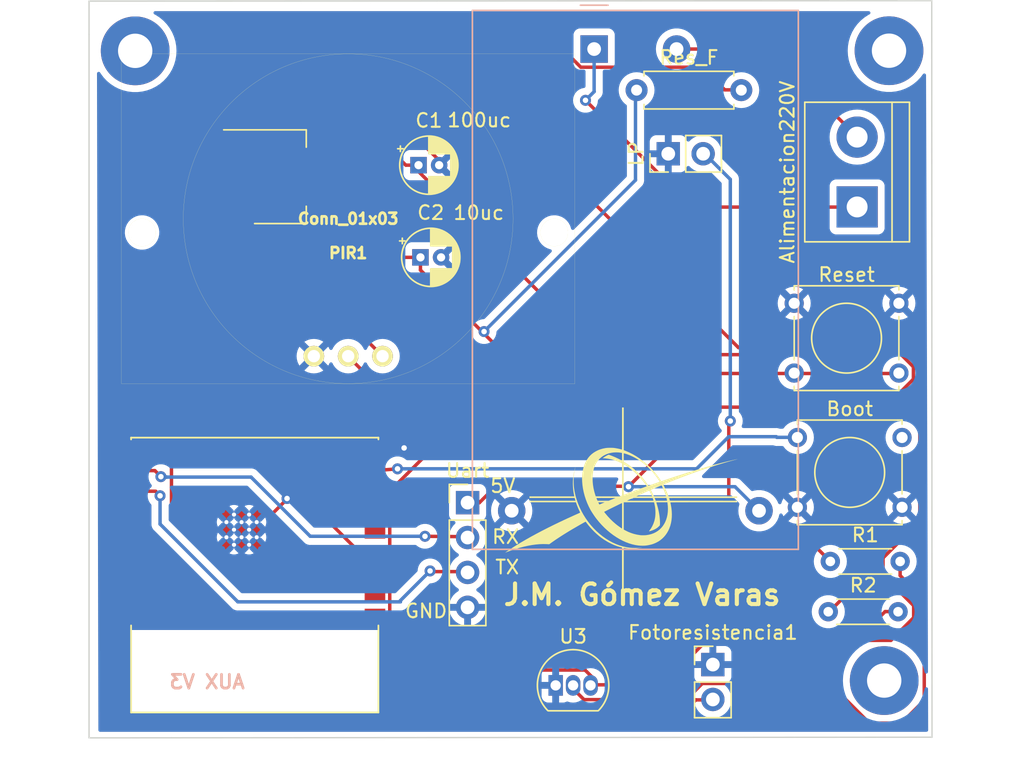
<source format=kicad_pcb>
(kicad_pcb (version 20221018) (generator pcbnew)
  (layers (0 "F.Cu" signal) (31 "B.Cu" signal) (34 "B.Paste" user) (35 "F.Paste" user) (36 "B.SilkS" user "B.Silkscreen") (37 "F.SilkS" user "F.Silkscreen") (38 "B.Mask" user) (39 "F.Mask" user) (44 "Edge.Cuts" user))
  (net 0 "")
  (net 2 "GND")
  (net 3 "+5V")
  (net 4 "+3V3")
  (net 5 "Fresistor")
  (net 6 "Net-(LP1-Pin_2)")
  (net 7 "PIR")
  (net 8 "AC")
  (net 9 "Earth")
  (net 10 "Led")
  (net 11 "tem")
  (net 13 "boot")
  (net 15 "Net-(U1-RXD)")
  (net 16 "Net-(U1-TXD)")
  (net 22 "+3.3V")
  (net 23 "Net-(Reset1-Pin_4)")
  (footprint "Button_Switch_THT:SW_Tactile_Straight_KSL0Axx1LFTR" (layer "F.Cu") (at 109.76 59.56)
    (fp_text reference "Reset" (at 3.81 -2.08) (layer "F.SilkS"))
    (fp_text value "boton")
    (pad "1" thru_hole circle (at 0 0) (size 1.397 1.397) (drill 0.8128) (layers "*.Cu" "*.Mask") (net 2 "GND"))
    (pad "1" thru_hole circle (at 7.62 0) (size 1.397 1.397) (drill 0.8128) (layers "*.Cu" "*.Mask") (net 2 "GND"))
    (pad "2" thru_hole circle (at 0 5.08) (size 1.397 1.397) (drill 0.8128) (layers "*.Cu" "*.Mask") (net 4 "+3V3"))
    (pad "2" thru_hole circle (at 7.62 5.08) (size 1.397 1.397) (drill 0.8128) (layers "*.Cu" "*.Mask") (net 4 "+3V3"))
  )
  (footprint "LibreriaTFG:HC-SR501" (layer "F.Cu") (at 77.3 53.41)
    (fp_text reference "PIR1" (at 0 2.5) (layer "F.SilkS") (effects (font (size 0.8 0.8) (thickness 0.2))))
    (fp_text value "Conn_01x03" (at 0 0) (layer "F.SilkS") (effects (font (size 0.8 0.8) (thickness 0.2))))
    (pad "" np_thru_hole circle (at -15 1) (size 2 2) (drill 2) (layers "*.Cu" "*.Mask" "F.SilkS"))
    (pad "" np_thru_hole circle (at 15 1) (size 2 2) (drill 2) (layers "*.Cu" "*.Mask" "F.SilkS"))
    (pad "1" thru_hole circle (at -2.5 10) (size 1.5 1.5) (drill 0.9) (layers "*.Cu" "*.Mask" "F.SilkS") (net 2 "GND"))
    (pad "2" thru_hole circle (at 0 10) (size 1.5 1.5) (drill 0.9) (layers "*.Cu" "*.Mask" "F.SilkS") (net 7 "PIR"))
    (pad "3" thru_hole circle (at 2.5 10) (size 1.5 1.5) (drill 0.9) (layers "*.Cu" "*.Mask" "F.SilkS") (net 3 "+5V"))
  )
  (footprint "Connector_PinHeader_2.54mm:PinHeader_1x02_P2.54mm_Vertical" (layer "F.Cu") (at 103.84 85.855)
    (fp_text reference "Fotoresistencia1" (at 0 -2.33) (layer "F.SilkS"))
    (fp_text value "~")
    (pad "1" thru_hole rect (at 0 0) (size 1.7 1.7) (drill 1) (layers "*.Cu" "*.Mask") (net 2 "GND"))
    (pad "2" thru_hole oval (at 0 2.54) (size 1.7 1.7) (drill 1) (layers "*.Cu" "*.Mask") (net 5 "Fresistor"))
  )
  (footprint "Connector_PinHeader_2.54mm:PinHeader_1x04_P2.54mm_Vertical" (layer "F.Cu") (at 85.99 74.07)
    (fp_text reference "Uart" (at 0 -2.33) (layer "F.SilkS"))
    (fp_text value "Conn_01x04")
    (pad "1" thru_hole rect (at 0 0) (size 1.7 1.7) (drill 1) (layers "*.Cu" "*.Mask") (net 3 "+5V"))
    (pad "2" thru_hole oval (at 0 2.54) (size 1.7 1.7) (drill 1) (layers "*.Cu" "*.Mask") (net 15 "Net-(U1-RXD)"))
    (pad "3" thru_hole oval (at 0 5.08) (size 1.7 1.7) (drill 1) (layers "*.Cu" "*.Mask") (net 16 "Net-(U1-TXD)"))
    (pad "4" thru_hole oval (at 0 7.62) (size 1.7 1.7) (drill 1) (layers "*.Cu" "*.Mask") (net 2 "GND"))
  )
  (footprint "MountingHole:MountingHole_2.5mm_Pad" (layer "F.Cu") (at 116.31 87.02)
    (fp_text reference "REF3" hide)
    (fp_text value "MountingHole_2.5mm_Pad")
    (pad "1" thru_hole circle (at 0 0) (size 5 5) (drill 2.5) (layers "*.Cu" "*.Mask"))
  )
  (footprint "Button_Switch_THT:SW_Tactile_Straight_KSL0Axx1LFTR" (layer "F.Cu") (at 109.99 69.33)
    (fp_text reference "Boot" (at 3.81 -2.08) (layer "F.SilkS"))
    (fp_text value "boton")
    (pad "1" thru_hole circle (at 0 0) (size 1.397 1.397) (drill 0.8128) (layers "*.Cu" "*.Mask"))
    (pad "1" thru_hole circle (at 7.62 0) (size 1.397 1.397) (drill 0.8128) (layers "*.Cu" "*.Mask"))
    (pad "2" thru_hole circle (at 0 5.08) (size 1.397 1.397) (drill 0.8128) (layers "*.Cu" "*.Mask") (net 2 "GND"))
    (pad "2" thru_hole circle (at 7.62 5.08) (size 1.397 1.397) (drill 0.8128) (layers "*.Cu" "*.Mask") (net 2 "GND"))
  )
  (footprint "Capacitor_THT:CP_Radial_D4.0mm_P1.50mm" (layer "F.Cu") (at 82.56 56.22)
    (fp_text reference "C2" (at 0.75 -3.25) (layer "F.SilkS"))
    (fp_text value "10uf")
    (pad "1" thru_hole rect (at 0 0) (size 1.2 1.2) (drill 0.6) (layers "*.Cu" "*.Mask") (net 4 "+3V3"))
    (pad "2" thru_hole circle (at 1.5 0) (size 1.2 1.2) (drill 0.6) (layers "*.Cu" "*.Mask") (net 2 "GND"))
  )
  (footprint "TerminalBlock:TerminalBlock_bornier-2_P5.08mm" (layer "F.Cu") (at 114.34 52.55 90)
    (fp_text reference "Alimentacion220V" (at 2.54 -5.08 90) (layer "F.SilkS"))
    (fp_text value "Conn_01x02")
    (pad "1" thru_hole rect (at 0 0 90) (size 3 3) (drill 1.52) (layers "*.Cu" "*.Mask") (net 8 "AC"))
    (pad "2" thru_hole circle (at 5.08 0 90) (size 3 3) (drill 1.52) (layers "*.Cu" "*.Mask") (net 9 "Earth"))
  )
  (footprint "Capacitor_THT:CP_Radial_D4.0mm_P1.50mm" (layer "F.Cu") (at 82.42 49.51)
    (fp_text reference "C1" (at 0.75 -3.25) (layer "F.SilkS"))
    (fp_text value "100uf")
    (pad "1" thru_hole rect (at 0 0) (size 1.2 1.2) (drill 0.6) (layers "*.Cu" "*.Mask") (net 3 "+5V"))
    (pad "2" thru_hole circle (at 1.5 0) (size 1.2 1.2) (drill 0.6) (layers "*.Cu" "*.Mask") (net 2 "GND"))
  )
  (footprint "Package_TO_SOT_THT:TO-92_Inline" (layer "F.Cu") (at 92.4 87.37)
    (fp_text reference "U3" (at 1.27 -3.56) (layer "F.SilkS"))
    (fp_text value "DS18B20")
    (pad "1" thru_hole rect (at 0 0) (size 1.05 1.5) (drill 0.75) (layers "*.Cu" "*.Mask") (net 2 "GND"))
    (pad "2" thru_hole oval (at 1.27 0) (size 1.05 1.5) (drill 0.75) (layers "*.Cu" "*.Mask") (net 11 "tem"))
    (pad "3" thru_hole oval (at 2.54 0) (size 1.05 1.5) (drill 0.75) (layers "*.Cu" "*.Mask") (net 4 "+3V3"))
  )
  (footprint "MountingHole:MountingHole_2.5mm_Pad" (layer "F.Cu") (at 61.8 41.19)
    (fp_text reference "REF3" hide)
    (fp_text value "MountingHole_2.5mm_Pad")
    (pad "1" thru_hole circle (at 0 0) (size 5 5) (drill 2.5) (layers "*.Cu" "*.Mask"))
  )
  (footprint "Resistor_THT:R_Axial_DIN0204_L3.6mm_D1.6mm_P5.08mm_Horizontal" (layer "F.Cu") (at 112.24 82.01)
    (fp_text reference "R2" (at 2.54 -1.92) (layer "F.SilkS"))
    (fp_text value "R_Small_US")
    (pad "1" thru_hole circle (at 0 0) (size 1.4 1.4) (drill 0.7) (layers "*.Cu" "*.Mask") (net 11 "tem"))
    (pad "2" thru_hole oval (at 5.08 0) (size 1.4 1.4) (drill 0.7) (layers "*.Cu" "*.Mask") (net 4 "+3V3"))
  )
  (footprint "Connector_PinHeader_2.54mm:PinHeader_1x02_P2.54mm_Vertical" (layer "F.Cu") (at 100.595 48.68 90)
    (fp_text reference "LP" (at 0 -2.33 90) (layer "F.SilkS"))
    (fp_text value "Conn_01x02")
    (pad "1" thru_hole rect (at 0 0 90) (size 1.7 1.7) (drill 1) (layers "*.Cu" "*.Mask") (net 2 "GND"))
    (pad "2" thru_hole oval (at 0 2.54 90) (size 1.7 1.7) (drill 1) (layers "*.Cu" "*.Mask") (net 6 "Net-(LP1-Pin_2)"))
  )
  (footprint "Package_TO_SOT_SMD:SOT-223" (layer "F.Cu") (at 72.34 50.35)
    (fp_text reference "U2" hide)
    (fp_text value "AZ1117-3.3")
    (pad "1" smd rect (at -3.15 -2.3) (size 2 1.5) (layers "F.Cu" "F.Paste" "F.Mask") (net 2 "GND"))
    (pad "2" smd rect (at -3.15 0) (size 2 1.5) (layers "F.Cu" "F.Paste" "F.Mask") (net 4 "+3V3"))
    (pad "3" smd rect (at -3.15 2.3) (size 2 1.5) (layers "F.Cu" "F.Paste" "F.Mask") (net 3 "+5V"))
    (pad "4" smd rect (at 3.15 0) (size 2 3.8) (layers "F.Cu" "F.Paste" "F.Mask"))
  )
  (footprint "logo:logoetsisi17x13" (layer "F.Cu") (at 97.211399 73.97)
    (fp_text reference "G***" hide)
    (fp_text value "LOGO" hide)
  )
  (footprint "LibreriaTFG:MODULE_ESP32-C3-WROOM-02-H4" (layer "F.Cu") (at 70.5 79.34 180)
    (fp_text reference "U1" hide)
    (fp_text value "ESP32-C3-WROOM-02-N4")
    (pad "1" smd rect (at -8.75 -2.9 180) (size 1.5 0.9) (layers "F.Cu" "F.Paste" "F.Mask") (net 4 "+3V3"))
    (pad "2" smd rect (at -8.75 -1.4 180) (size 1.5 0.9) (layers "F.Cu" "F.Paste" "F.Mask") (net 23 "Net-(Reset1-Pin_4)"))
    (pad "3" smd rect (at -8.75 0.1 180) (size 1.5 0.9) (layers "F.Cu" "F.Paste" "F.Mask") (net 5 "Fresistor"))
    (pad "4" smd rect (at -8.75 1.6 180) (size 1.5 0.9) (layers "F.Cu" "F.Paste" "F.Mask") (net 11 "tem"))
    (pad "5" smd rect (at -8.75 3.1 180) (size 1.5 0.9) (layers "F.Cu" "F.Paste" "F.Mask"))
    (pad "6" smd rect (at -8.75 4.6 180) (size 1.5 0.9) (layers "F.Cu" "F.Paste" "F.Mask") (net 7 "PIR"))
    (pad "7" smd rect (at -8.75 6.1 180) (size 1.5 0.9) (layers "F.Cu" "F.Paste" "F.Mask") (net 4 "+3V3"))
    (pad "8" smd rect (at -8.75 7.6 180) (size 1.5 0.9) (layers "F.Cu" "F.Paste" "F.Mask") (net 13 "boot"))
    (pad "9" smd rect (at -8.75 9.1 180) (size 1.5 0.9) (layers "F.Cu" "F.Paste" "F.Mask") (net 2 "GND"))
    (pad "10" smd rect (at 8.75 9.1 180) (size 1.5 0.9) (layers "F.Cu" "F.Paste" "F.Mask"))
    (pad "11" smd rect (at 8.75 7.6 180) (size 1.5 0.9) (layers "F.Cu" "F.Paste" "F.Mask") (net 15 "Net-(U1-RXD)"))
    (pad "12" smd rect (at 8.75 6.1 180) (size 1.5 0.9) (layers "F.Cu" "F.Paste" "F.Mask") (net 16 "Net-(U1-TXD)"))
    (pad "13" smd rect (at 8.75 4.6 180) (size 1.5 0.9) (layers "F.Cu" "F.Paste" "F.Mask") (net 10 "Led"))
    (pad "14" smd rect (at 8.75 3.1 180) (size 1.5 0.9) (layers "F.Cu" "F.Paste" "F.Mask"))
    (pad "15" smd rect (at 8.75 1.6 180) (size 1.5 0.9) (layers "F.Cu" "F.Paste" "F.Mask"))
    (pad "16" smd rect (at 8.75 0.1 180) (size 1.5 0.9) (layers "F.Cu" "F.Paste" "F.Mask"))
    (pad "17" smd rect (at 8.75 -1.4 180) (size 1.5 0.9) (layers "F.Cu" "F.Paste" "F.Mask"))
    (pad "18" smd rect (at 8.75 -2.9 180) (size 1.5 0.9) (layers "F.Cu" "F.Paste" "F.Mask"))
    (pad "19" smd rect (at -0.14 2.2 180) (size 0.7 0.7) (layers "F.Cu" "F.Paste" "F.Mask") (net 2 "GND"))
    (pad "20" smd rect (at 0.96 2.2 180) (size 0.7 0.7) (layers "F.Cu" "F.Paste" "F.Mask") (net 2 "GND"))
    (pad "21" smd rect (at 2.06 2.2 180) (size 0.7 0.7) (layers "F.Cu" "F.Paste" "F.Mask") (net 2 "GND"))
    (pad "22" smd rect (at -0.14 3.3 180) (size 0.7 0.7) (layers "F.Cu" "F.Paste" "F.Mask") (net 2 "GND"))
    (pad "23" smd rect (at 0.96 3.3 180) (size 0.7 0.7) (layers "F.Cu" "F.Paste" "F.Mask") (net 2 "GND"))
    (pad "24" smd rect (at 2.06 3.3 180) (size 0.7 0.7) (layers "F.Cu" "F.Paste" "F.Mask") (net 2 "GND"))
    (pad "25" smd rect (at -0.14 4.4 180) (size 0.7 0.7) (layers "F.Cu" "F.Paste" "F.Mask") (net 2 "GND"))
    (pad "26" smd rect (at 0.96 4.4 180) (size 0.7 0.7) (layers "F.Cu" "F.Paste" "F.Mask") (net 2 "GND"))
    (pad "27" smd rect (at 2.06 4.4 180) (size 0.7 0.7) (layers "F.Cu" "F.Paste" "F.Mask") (net 2 "GND"))
    (pad "28" thru_hole circle (at 0.41 2.2 180) (size 0.4 0.4) (drill 0.3) (layers "*.Cu") (net 2 "GND"))
    (pad "29" thru_hole circle (at 1.51 2.2 180) (size 0.4 0.4) (drill 0.3) (layers "*.Cu") (net 2 "GND"))
    (pad "30" thru_hole circle (at -0.14 2.75 180) (size 0.4 0.4) (drill 0.3) (layers "*.Cu") (net 2 "GND"))
    (pad "31" thru_hole circle (at 0.96 2.75 180) (size 0.4 0.4) (drill 0.3) (layers "*.Cu") (net 2 "GND"))
    (pad "32" thru_hole circle (at 2.06 2.75 180) (size 0.4 0.4) (drill 0.3) (layers "*.Cu") (net 2 "GND"))
    (pad "33" thru_hole circle (at 0.41 3.3 180) (size 0.4 0.4) (drill 0.3) (layers "*.Cu") (net 2 "GND"))
    (pad "34" thru_hole circle (at 1.51 3.3 180) (size 0.4 0.4) (drill 0.3) (layers "*.Cu") (net 2 "GND"))
    (pad "35" thru_hole circle (at -0.14 3.85 180) (size 0.4 0.4) (drill 0.3) (layers "*.Cu") (net 2 "GND"))
    (pad "36" thru_hole circle (at 0.96 3.85 180) (size 0.4 0.4) (drill 0.3) (layers "*.Cu") (net 2 "GND"))
    (pad "37" thru_hole circle (at 2.06 3.85 180) (size 0.4 0.4) (drill 0.3) (layers "*.Cu") (net 2 "GND"))
    (pad "38" thru_hole circle (at 0.41 4.4 180) (size 0.4 0.4) (drill 0.3) (layers "*.Cu") (net 2 "GND"))
    (pad "39" thru_hole circle (at 1.51 4.4 180) (size 0.4 0.4) (drill 0.3) (layers "*.Cu") (net 2 "GND"))
    (zone (net 0) (net_name "") (layer "B.Cu") (connect_pads (clearance 0)) (min_thickness 0.01)
      (keepout (tracks not_allowed) (vias not_allowed) (pads not_allowed) (copperpour not_allowed) (footprints allowed))
      (fill (thermal_gap 0.508) (thermal_bridge_width 0.508))
      (polygon (pts (xy 79.5 89.34) (xy 61.5 89.34) (xy 61.5 83.34) (xy 79.5 83.34)))
    )
  )
  (footprint "MountingHole:MountingHole_2.5mm_Pad" (layer "F.Cu") (at 116.66 41.18)
    (fp_text reference "REF3" hide)
    (fp_text value "MountingHole_2.5mm_Pad")
    (pad "1" thru_hole circle (at 0 0) (size 5 5) (drill 2.5) (layers "*.Cu" "*.Mask"))
  )
  (footprint "Resistor_THT:R_Axial_DIN0207_L6.3mm_D2.5mm_P7.62mm_Horizontal" (layer "F.Cu") (at 98.29 44.05)
    (fp_text reference "Res_F" (at 3.81 -2.37) (layer "F.SilkS"))
    (fp_text value "~")
    (pad "1" thru_hole circle (at 0 0) (size 1.6 1.6) (drill 0.8) (layers "*.Cu" "*.Mask") (net 22 "+3.3V"))
    (pad "2" thru_hole oval (at 7.62 0) (size 1.6 1.6) (drill 0.8) (layers "*.Cu" "*.Mask") (net 5 "Fresistor"))
  )
  (footprint "Resistor_THT:R_Axial_DIN0204_L3.6mm_D1.6mm_P5.08mm_Horizontal" (layer "F.Cu") (at 112.39 78.35)
    (fp_text reference "R1" (at 2.54 -1.92) (layer "F.SilkS"))
    (fp_text value "R_Small_US")
    (pad "1" thru_hole circle (at 0 0) (size 1.4 1.4) (drill 0.7) (layers "*.Cu" "*.Mask") (net 6 "Net-(LP1-Pin_2)"))
    (pad "2" thru_hole oval (at 5.08 0) (size 1.4 1.4) (drill 0.7) (layers "*.Cu" "*.Mask") (net 10 "Led"))
  )
  (footprint "Converter_ACDC:Converter_ACDC_HiLink_HLK-5Mxx" (layer "B.Cu") (at 95.2 41.06 -90)
    (fp_text reference "PS2" hide)
    (fp_text value "HLK-5M05")
    (pad "1" thru_hole rect (at 0 0 270) (size 2 2) (drill 1) (layers "*.Cu" "*.Mask") (net 8 "AC"))
    (pad "2" thru_hole circle (at 0 -6 270) (size 2 2) (drill 1) (layers "*.Cu" "*.Mask") (net 9 "Earth"))
    (pad "3" thru_hole circle (at 33.6 6 270) (size 2 2) (drill 1) (layers "*.Cu" "*.Mask") (net 2 "GND"))
    (pad "4" thru_hole circle (at 33.6 -12 270) (size 2 2) (drill 1) (layers "*.Cu" "*.Mask") (net 3 "+5V"))
  )
  (gr_line (start 119.79 91.14) (end 119.77 37.54) (stroke (width 0.1)) (layer "Edge.Cuts"))
  (gr_line (start 58.44 39.99) (end 58.44 37.57) (stroke (width 0.1)) (layer "Edge.Cuts"))
  (gr_line (start 58.44 91.19) (end 119.79 91.14) (stroke (width 0.1)) (layer "Edge.Cuts"))
  (gr_line (start 119.77 37.54) (end 58.44 37.57) (stroke (width 0.1)) (layer "Edge.Cuts"))
  (gr_line (start 58.44 39.99) (end 58.44 91.19) (stroke (width 0.1)) (layer "Edge.Cuts"))
  (gr_text "AUX V3\n" (at 69.88 87.7) (layer "B.SilkS") (effects (font (size 1 1) (thickness 0.2) bold) (justify left bottom mirror)))
  (gr_text "5V" (at 87.55 73.43) (layer "F.SilkS") (effects (font (size 1 1)) (justify left bottom)))
  (gr_text "GND\n" (at 81.35 82.54) (layer "F.SilkS") (effects (font (size 1 1)) (justify left bottom)))
  (gr_text "100uc\n" (at 84.43 46.82) (layer "F.SilkS") (effects (font (size 1 1)) (justify left bottom)))
  (gr_text "10uc" (at 84.87 53.56) (layer "F.SilkS") (effects (font (size 1 1)) (justify left bottom)))
  (gr_text "J.M. Gómez Varas" (at 88.46 81.65) (layer "F.SilkS") (effects (font (size 1.5 1.5) (thickness 0.3) bold) (justify left bottom)))
  (gr_text "TX" (at 87.92 79.35) (layer "F.SilkS") (effects (font (size 1 1)) (justify left bottom)))
  (gr_text "RX" (at 87.68 77.14) (layer "F.SilkS") (effects (font (size 1 1)) (justify left bottom)))
  (segment (start 72.85 73.81) (end 72.85 73.77) (width 0.25) (layer "F.Cu") (net 2))
  (segment (start 69.19 48.05) (end 69.8303 47.4097) (width 0.25) (layer "F.Cu") (net 2))
  (segment (start 81.22 70.24) (end 81.37 70.09) (width 0.25) (layer "F.Cu") (net 2))
  (segment (start 83.92 49.16) (end 83.92 49.51) (width 0.25) (layer "F.Cu") (net 2))
  (segment (start 70.64 74.94) (end 71.72 74.94) (width 0.25) (layer "F.Cu") (net 2))
  (segment (start 72.89 73.77) (end 72.85 73.81) (width 0.25) (layer "F.Cu") (net 2))
  (segment (start 79.25 70.24) (end 81.22 70.24) (width 0.25) (layer "F.Cu") (net 2))
  (segment (start 69.8303 47.4097) (end 82.1697 47.4097) (width 0.25) (layer "F.Cu") (net 2))
  (segment (start 82.1697 47.4097) (end 83.92 49.16) (width 0.25) (layer "F.Cu") (net 2))
  (segment (start 72.85 73.77) (end 72.89 73.77) (width 0.25) (layer "F.Cu") (net 2))
  (segment (start 71.72 74.94) (end 72.85 73.81) (width 0.25) (layer "F.Cu") (net 2))
  (via (at 81.37 70.09) (size 0.8) (drill 0.4) (layers "F.Cu" "B.Cu") (net 2))
  (via (at 72.85 73.77) (size 0.8) (drill 0.4) (layers "F.Cu" "B.Cu") (net 2))
  (segment (start 75.7151 59.3251) (end 79.8 63.41) (width 0.25) (layer "F.Cu") (net 3))
  (segment (start 97.7 72.91) (end 97.7 72.9) (width 0.25) (layer "F.Cu") (net 3))
  (segment (start 72.34 48.1248) (end 80.1097 48.1248) (width 0.25) (layer "F.Cu") (net 3))
  (segment (start 118.4352 65.0834) (end 116.3984 67.1202) (width 0.25) (layer "F.Cu") (net 3))
  (segment (start 69.19 52.65) (end 67.8648 51.3248) (width 0.25) (layer "F.Cu") (net 3))
  (segment (start 117.5498 63.3007) (end 118.4352 64.1861) (width 0.25) (layer "F.Cu") (net 3))
  (segment (start 69.19 52.65) (end 69.19 53.7251) (width 0.25) (layer "F.Cu") (net 3))
  (segment (start 85.4 74.66) (end 85.99 74.07) (width 0.25) (layer "F.Cu") (net 3))
  (segment (start 67.8648 49.4029) (end 67.9929 49.2748) (width 0.25) (layer "F.Cu") (net 3))
  (segment (start 67.8648 51.3248) (end 67.8648 49.4029) (width 0.25) (layer "F.Cu") (net 3))
  (segment (start 74.79 59.3251) (end 75.7151 59.3251) (width 0.25) (layer "F.Cu") (net 3))
  (segment (start 82.42 49.51) (end 81.9575 49.51) (width 0.25) (layer "F.Cu") (net 3))
  (segment (start 97.7 72.9) (end 100.32 70.28) (width 0.25) (layer "F.Cu") (net 3))
  (segment (start 103.4798 67.1202) (end 100.32 70.28) (width 0.25) (layer "F.Cu") (net 3))
  (segment (start 67.9929 49.2748) (end 71.19 49.2748) (width 0.25) (layer "F.Cu") (net 3))
  (segment (start 80.1097 48.1248) (end 81.4949 49.51) (width 0.25) (layer "F.Cu") (net 3))
  (segment (start 97.69 72.91) (end 97.7 72.91) (width 0.25) (layer "F.Cu") (net 3))
  (segment (start 86.85 74.07) (end 88.04 72.88) (width 0.25) (layer "F.Cu") (net 3))
  (segment (start 74.79 59.3251) (end 69.19 53.7251) (width 0.25) (layer "F.Cu") (net 3))
  (segment (start 85.99 74.07) (end 86.85 74.07) (width 0.25) (layer "F.Cu") (net 3))
  (segment (start 81.9575 49.51) (end 81.4949 49.51) (width 0.25) (layer "F.Cu") (net 3))
  (segment (start 97.6 72.88) (end 97.66 72.94) (width 0.25) (layer "F.Cu") (net 3))
  (segment (start 81.9575 49.51) (end 95.7482 63.3007) (width 0.25) (layer "F.Cu") (net 3))
  (segment (start 88.04 72.88) (end 97.6 72.88) (width 0.25) (layer "F.Cu") (net 3))
  (segment (start 95.7482 63.3007) (end 117.5498 63.3007) (width 0.25) (layer "F.Cu") (net 3))
  (segment (start 118.4352 64.1861) (end 118.4352 65.0834) (width 0.25) (layer "F.Cu") (net 3))
  (segment (start 116.3984 67.1202) (end 103.4798 67.1202) (width 0.25) (layer "F.Cu") (net 3))
  (segment (start 71.19 49.2748) (end 72.34 48.1248) (width 0.25) (layer "F.Cu") (net 3))
  (segment (start 97.66 72.94) (end 97.69 72.91) (width 0.25) (layer "F.Cu") (net 3))
  (via (at 97.7 72.91) (size 0.8) (drill 0.4) (layers "F.Cu" "B.Cu") (net 3))
  (segment (start 105.45 72.91) (end 97.7 72.91) (width 0.25) (layer "B.Cu") (net 3))
  (segment (start 107.2 74.66) (end 105.45 72.91) (width 0.25) (layer "B.Cu") (net 3))
  (segment (start 79.45 80.54) (end 80.3251 80.54) (width 0.25) (layer "F.Cu") (net 4))
  (segment (start 95.17 87.33) (end 96.0201 87.33) (width 0.25) (layer "F.Cu") (net 4))
  (segment (start 80.3251 82.24) (end 84.34 86.2549) (width 0.25) (layer "F.Cu") (net 4))
  (segment (start 80.3251 82.24) (end 80.3251 80.54) (width 0.25) (layer "F.Cu") (net 4))
  (segment (start 80.3251 80.54) (end 80.3251 73.3887) (width 0.25) (layer "F.Cu") (net 4))
  (segment (start 95.17 86.8849) (end 94.54 86.2549) (width 0.25) (layer "F.Cu") (net 4))
  (segment (start 114.8879 83.487) (end 99.8631 83.487) (width 0.25) (layer "F.Cu") (net 4))
  (segment (start 88.8951 63.4802) (end 88.8951 64.67) (width 0.25) (layer "F.Cu") (net 4))
  (segment (start 87.19 61.62) (end 87.19 61.7751) (width 0.25) (layer "F.Cu") (net 4))
  (segment (start 79.25 82.24) (end 80.2126 82.24) (width 0.25) (layer "F.Cu") (net 4))
  (segment (start 88.8951 64.67) (end 109.78 64.67) (width 0.25) (layer "F.Cu") (net 4))
  (segment (start 82.56 56.22) (end 82.56 57.1451) (width 0.25) (layer "F.Cu") (net 4))
  (segment (start 79.25 73.24) (end 80.1764 73.24) (width 0.25) (layer "F.Cu") (net 4))
  (segment (start 69.19 50.35) (end 75.06 56.22) (width 0.25) (layer "F.Cu") (net 4))
  (segment (start 84.34 86.2549) (end 94.54 86.2549) (width 0.25) (layer "F.Cu") (net 4))
  (segment (start 80.1764 73.24) (end 80.3251 73.24) (width 0.25) (layer "F.Cu") (net 4))
  (segment (start 87.0349 61.62) (end 87.19 61.62) (width 0.25) (layer "F.Cu") (net 4))
  (segment (start 80.3251 73.3887) (end 80.1764 73.24) (width 0.25) (layer "F.Cu") (net 4))
  (segment (start 80.3251 73.24) (end 88.8951 64.67) (width 0.25) (layer "F.Cu") (net 4))
  (segment (start 117.4 64.67) (end 109.78 64.67) (width 0.25) (layer "F.Cu") (net 4))
  (segment (start 75.06 56.22) (end 82.56 56.22) (width 0.25) (layer "F.Cu") (net 4))
  (segment (start 116.3749 82) (end 114.8879 83.487) (width 0.25) (layer "F.Cu") (net 4))
  (segment (start 79.25 80.74) (end 79.45 80.54) (width 0.25) (layer "F.Cu") (net 4))
  (segment (start 117.4 82) (end 116.3749 82) (width 0.25) (layer "F.Cu") (net 4))
  (segment (start 87.19 61.7751) (end 88.8951 63.4802) (width 0.25) (layer "F.Cu") (net 4))
  (segment (start 82.56 57.1451) (end 87.0349 61.62) (width 0.25) (layer "F.Cu") (net 4))
  (segment (start 95.17 87.33) (end 95.17 86.8849) (width 0.25) (layer "F.Cu") (net 4))
  (segment (start 80.2126 82.24) (end 80.3251 82.24) (width 0.25) (layer "F.Cu") (net 4))
  (segment (start 99.8631 83.487) (end 96.0201 87.33) (width 0.25) (layer "F.Cu") (net 4))
  (via (at 87.19 61.62) (size 0.8) (drill 0.4) (layers "F.Cu" "B.Cu") (net 4))
  (segment (start 87.19 61.62) (end 98.21 50.6) (width 0.25) (layer "B.Cu") (net 4))
  (segment (start 98.21 50.6) (end 98.21 44.03) (width 0.25) (layer "B.Cu") (net 4))
  (segment (start 103.056 42.3811) (end 94.2296 42.3811) (width 0.25) (layer "F.Cu") (net 5))
  (segment (start 64.4401 74.3091) (end 64.4401 69.4649) (width 0.25) (layer "F.Cu") (net 5))
  (segment (start 102.6049 88.425) (end 100.8559 90.174) (width 0.25) (layer "F.Cu") (net 5))
  (segment (start 91.6493 39.8008) (end 74.5865 39.8008) (width 0.25) (layer "F.Cu") (net 5))
  (segment (start 60.2 89.1488) (end 60.2 70.1303) (width 0.25) (layer "F.Cu") (net 5))
  (segment (start 61.2252 90.174) (end 60.2 89.1488) (width 0.25) (layer "F.Cu") (net 5))
  (segment (start 69.371 79.24) (end 64.4401 74.3091) (width 0.25) (layer "F.Cu") (net 5))
  (segment (start 64.4401 65.8902) (end 64.4401 65.84) (width 0.25) (layer "F.Cu") (net 5))
  (segment (start 94.2296 42.3811) (end 91.6493 39.8008) (width 0.25) (layer "F.Cu") (net 5))
  (segment (start 64.4401 49.9472) (end 64.4401 65.84) (width 0.25) (layer "F.Cu") (net 5))
  (segment (start 79.25 79.24) (end 69.371 79.24) (width 0.25) (layer "F.Cu") (net 5))
  (segment (start 64.4401 65.84) (end 64.4401 69.4649) (width 0.25) (layer "F.Cu") (net 5))
  (segment (start 74.5865 39.8008) (end 64.4401 49.9472) (width 0.25) (layer "F.Cu") (net 5))
  (segment (start 105.83 44.03) (end 104.7049 44.03) (width 0.25) (layer "F.Cu") (net 5))
  (segment (start 60.2 70.1303) (end 64.4401 65.8902) (width 0.25) (layer "F.Cu") (net 5))
  (segment (start 100.8559 90.174) (end 61.2252 90.174) (width 0.25) (layer "F.Cu") (net 5))
  (segment (start 104.7049 44.03) (end 103.056 42.3811) (width 0.25) (layer "F.Cu") (net 5))
  (segment (start 103.78 88.425) (end 102.6049 88.425) (width 0.25) (layer "F.Cu") (net 5))
  (segment (start 107.12 77.38) (end 105 75.26) (width 0.25) (layer "F.Cu") (net 6))
  (segment (start 105 68.17) (end 105.04 68.13) (width 0.25) (layer "F.Cu") (net 6))
  (segment (start 112.39 78.35) (end 111.42 77.38) (width 0.25) (layer "F.Cu") (net 6))
  (segment (start 105.11 68.06) (end 105.03 68.14) (width 0.25) (layer "F.Cu") (net 6))
  (segment (start 111.42 77.38) (end 107.12 77.38) (width 0.25) (layer "F.Cu") (net 6))
  (segment (start 105.04 68.13) (end 105.11 68.13) (width 0.25) (layer "F.Cu") (net 6))
  (segment (start 105 75.26) (end 105 68.17) (width 0.25) (layer "F.Cu") (net 6))
  (segment (start 105.11 68.13) (end 105.11 68.06) (width 0.25) (layer "F.Cu") (net 6))
  (via (at 105.11 68.13) (size 0.8) (drill 0.4) (layers "F.Cu" "B.Cu") (net 6))
  (segment (start 105.11 50.545) (end 103.175 48.61) (width 0.25) (layer "B.Cu") (net 6))
  (segment (start 105.11 68.13) (end 105.11 50.545) (width 0.25) (layer "B.Cu") (net 6))
  (segment (start 78.1749 64.3049) (end 77.29 63.42) (width 0.25) (layer "F.Cu") (net 7))
  (segment (start 79.25 74.74) (end 78.1749 74.74) (width 0.25) (layer "F.Cu") (net 7))
  (segment (start 78.1749 74.74) (end 78.1749 64.3049) (width 0.25) (layer "F.Cu") (net 7))
  (segment (start 102.3395 52.56) (end 114.37 52.56) (width 0.25) (layer "F.Cu") (net 8))
  (segment (start 94.57 44.7905) (end 102.3395 52.56) (width 0.25) (layer "F.Cu") (net 8))
  (segment (start 94.5695 44.79) (end 94.57 44.79) (width 0.25) (layer "F.Cu") (net 8))
  (segment (start 94.57 44.79) (end 94.57 44.7905) (width 0.25) (layer "F.Cu") (net 8))
  (via (at 94.57 44.79) (size 0.8) (drill 0.4) (layers "F.Cu" "B.Cu") (net 8))
  (segment (start 95.2 44.16) (end 94.57 44.79) (width 0.25) (layer "B.Cu") (net 8))
  (segment (start 95.2 41.06) (end 95.2 44.16) (width 0.25) (layer "B.Cu") (net 8))
  (segment (start 114.37 47.48) (end 107.995 41.105) (width 0.25) (layer "F.Cu") (net 9))
  (segment (start 101.2 41.06) (end 107.95 41.06) (width 0.25) (layer "F.Cu") (net 9))
  (segment (start 107.95 41.06) (end 107.995 41.105) (width 0.25) (layer "F.Cu") (net 9))
  (segment (start 100.6374 89.6676) (end 103.0723 87.2327) (width 0.25) (layer "F.Cu") (net 10))
  (segment (start 61.75 74.74) (end 60.6749 74.74) (width 0.25) (layer "F.Cu") (net 10))
  (segment (start 112.3475 87.2327) (end 115.2299 90.1151) (width 0.25) (layer "F.Cu") (net 10))
  (segment (start 117.47 78.35) (end 117.47 79.3751) (width 0.25) (layer "F.Cu") (net 10))
  (segment (start 115.2299 90.1151) (end 117.5702 90.1151) (width 0.25) (layer "F.Cu") (net 10))
  (segment (start 117.5702 90.1151) (end 119.2251 88.4602) (width 0.25) (layer "F.Cu") (net 10))
  (segment (start 119.2251 81.1302) (end 117.47 79.3751) (width 0.25) (layer "F.Cu") (net 10))
  (segment (start 60.6749 88.9871) (end 61.3554 89.6676) (width 0.25) (layer "F.Cu") (net 10))
  (segment (start 60.6749 74.74) (end 60.6749 88.9871) (width 0.25) (layer "F.Cu") (net 10))
  (segment (start 119.2251 88.4602) (end 119.2251 81.1302) (width 0.25) (layer "F.Cu") (net 10))
  (segment (start 61.3554 89.6676) (end 100.6374 89.6676) (width 0.25) (layer "F.Cu") (net 10))
  (segment (start 103.0723 87.2327) (end 112.3475 87.2327) (width 0.25) (layer "F.Cu") (net 10))
  (segment (start 93.9 87.33) (end 93.9 87.8451) (width 0.25) (layer "F.Cu") (net 11))
  (segment (start 67.4129 47.611) (end 68.0642 46.9597) (width 0.25) (layer "F.Cu") (net 11))
  (segment (start 103.3959 84.0961) (end 99.0869 88.4051) (width 0.25) (layer "F.Cu") (net 11))
  (segment (start 68.0642 46.9597) (end 89.877 46.9597) (width 0.25) (layer "F.Cu") (net 11))
  (segment (start 116.7984 84.0961) (end 103.3959 84.0961) (width 0.25) (layer "F.Cu") (net 11))
  (segment (start 118.9025 64.0057) (end 118.9025 75.4175) (width 0.25) (layer "F.Cu") (net 11))
  (segment (start 112.32 82) (end 114.9832 79.3368) (width 0.25) (layer "F.Cu") (net 11))
  (segment (start 118.4523 82.4422) (end 116.7984 84.0961) (width 0.25) (layer "F.Cu") (net 11))
  (segment (start 118.9025 75.4175) (end 116.2253 78.0947) (width 0.25) (layer "F.Cu") (net 11))
  (segment (start 114.9832 79.3368) (end 116.2253 79.3368) (width 0.25) (layer "F.Cu") (net 11))
  (segment (start 78.1749 77.74) (end 67.4129 66.978) (width 0.25) (layer "F.Cu") (net 11))
  (segment (start 79.25 77.74) (end 78.1749 77.74) (width 0.25) (layer "F.Cu") (net 11))
  (segment (start 67.4129 66.978) (end 67.4129 47.611) (width 0.25) (layer "F.Cu") (net 11))
  (segment (start 118.4523 81.5638) (end 118.4523 82.4422) (width 0.25) (layer "F.Cu") (net 11))
  (segment (start 105.7002 62.7829) (end 117.6797 62.7829) (width 0.25) (layer "F.Cu") (net 11))
  (segment (start 117.6797 62.7829) (end 118.9025 64.0057) (width 0.25) (layer "F.Cu") (net 11))
  (segment (start 99.0869 88.4051) (end 94.46 88.4051) (width 0.25) (layer "F.Cu") (net 11))
  (segment (start 89.877 46.9597) (end 105.7002 62.7829) (width 0.25) (layer "F.Cu") (net 11))
  (segment (start 116.2253 79.3368) (end 118.4523 81.5638) (width 0.25) (layer "F.Cu") (net 11))
  (segment (start 116.2253 78.0947) (end 116.2253 79.3368) (width 0.25) (layer "F.Cu") (net 11))
  (segment (start 93.9 87.8451) (end 94.46 88.4051) (width 0.25) (layer "F.Cu") (net 11))
  (segment (start 79.25 71.74) (end 80.89 71.61) (width 0.25) (layer "F.Cu") (net 13))
  (segment (start 80.89 71.61) (end 80.76 71.74) (width 0.25) (layer "F.Cu") (net 13))
  (segment (start 80.76 71.74) (end 80.77 71.75) (width 0.25) (layer "F.Cu") (net 13))
  (via (at 80.89 71.61) (size 0.8) (drill 0.4) (layers "F.Cu" "B.Cu") (net 13))
  (segment (start 110.01 69.32) (end 108.5 69.32) (width 0.25) (layer "B.Cu") (net 13))
  (segment (start 80.89 71.61) (end 102.655305 71.61) (width 0.25) (layer "B.Cu") (net 13))
  (segment (start 104.995305 69.27) (end 108.45 69.27) (width 0.25) (layer "B.Cu") (net 13))
  (segment (start 108.5 69.32) (end 108.45 69.27) (width 0.25) (layer "B.Cu") (net 13))
  (segment (start 102.655305 71.61) (end 104.995305 69.27) (width 0.25) (layer "B.Cu") (net 13))
  (segment (start 86.01 76.55) (end 82.89 76.52) (width 0.25) (layer "F.Cu") (net 15))
  (segment (start 82.89 76.52) (end 82.87 76.55) (width 0.25) (layer "F.Cu") (net 15))
  (segment (start 82.87 76.55) (end 82.86 76.56) (width 0.25) (layer "F.Cu") (net 15))
  (segment (start 61.75 71.74) (end 63.23 71.74) (width 0.25) (layer "F.Cu") (net 15))
  (segment (start 63.23 71.74) (end 63.67 72.18) (width 0.25) (layer "F.Cu") (net 15))
  (via (at 63.67 72.18) (size 0.8) (drill 0.4) (layers "F.Cu" "B.Cu") (net 15))
  (via (at 82.89 76.52) (size 0.8) (drill 0.4) (layers "F.Cu" "B.Cu") (net 15))
  (segment (start 82.89 76.52) (end 74.54 76.52) (width 0.25) (layer "B.Cu") (net 15))
  (segment (start 64.1 72.21) (end 63.67 72.18) (width 0.25) (layer "B.Cu") (net 15))
  (segment (start 74.54 76.52) (end 70.23 72.21) (width 0.25) (layer "B.Cu") (net 15))
  (segment (start 64.04 72.21) (end 64.07 72.21) (width 0.25) (layer "B.Cu") (net 15))
  (segment (start 63.67 72.18) (end 64.04 72.21) (width 0.25) (layer "B.Cu") (net 15))
  (segment (start 70.23 72.21) (end 64.1 72.21) (width 0.25) (layer "B.Cu") (net 15))
  (segment (start 83.18 79.09) (end 83.16 79.11) (width 0.25) (layer "F.Cu") (net 16))
  (segment (start 83.31 79.09) (end 83.26 79.04) (width 0.25) (layer "F.Cu") (net 16))
  (segment (start 83.21 79.09) (end 83.18 79.09) (width 0.25) (layer "F.Cu") (net 16))
  (segment (start 63.28 73.24) (end 63.61 73.57) (width 0.25) (layer "F.Cu") (net 16))
  (segment (start 86.01 79.09) (end 83.31 79.09) (width 0.25) (layer "F.Cu") (net 16))
  (segment (start 83.26 79.04) (end 83.21 79.09) (width 0.25) (layer "F.Cu") (net 16))
  (segment (start 61.75 73.24) (end 63.28 73.24) (width 0.25) (layer "F.Cu") (net 16))
  (via (at 63.61 73.57) (size 0.8) (drill 0.4) (layers "F.Cu" "B.Cu") (net 16))
  (via (at 83.26 79.04) (size 0.8) (drill 0.4) (layers "F.Cu" "B.Cu") (net 16))
  (segment (start 83.26 79.04) (end 81.1 81.2) (width 0.25) (layer "B.Cu") (net 16))
  (segment (start 81.1 81.2) (end 81.1 81.29) (width 0.25) (layer "B.Cu") (net 16))
  (segment (start 63.61 73.44) (end 63.64 73.41) (width 0.25) (layer "B.Cu") (net 16))
  (segment (start 81.1 81.29) (end 69.27 81.29) (width 0.25) (layer "B.Cu") (net 16))
  (segment (start 63.61 75.63) (end 63.61 73.57) (width 0.25) (layer "B.Cu") (net 16))
  (segment (start 63.61 73.57) (end 63.61 73.44) (width 0.25) (layer "B.Cu") (net 16))
  (segment (start 69.27 81.29) (end 63.61 75.63) (width 0.25) (layer "B.Cu") (net 16))
  (zone (net 2) (net_name "GND") (layer "B.Cu") (connect_pads (clearance 0.5)) (min_thickness 0.25) (fill yes (thermal_gap 0.5) (thermal_bridge_width 0.5))
    (polygon (pts (xy 59.01 38.3) (xy 119.34 38.3) (xy 119.51 90.75) (xy 59.12 90.75)))
  )
)
</source>
